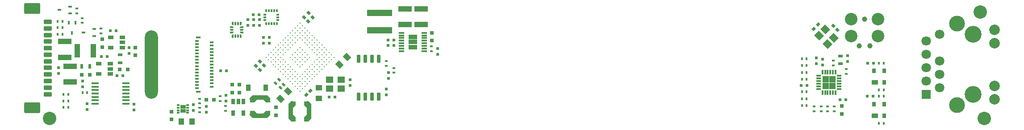
<source format=gbr>
G04 #@! TF.GenerationSoftware,KiCad,Pcbnew,6.0.9-8da3e8f707~117~ubuntu22.04.1*
G04 #@! TF.CreationDate,2023-01-10T20:00:55+01:00*
G04 #@! TF.ProjectId,CIS,4349532e-6b69-4636-9164-5f7063625858,2.1.0*
G04 #@! TF.SameCoordinates,PX5268310PY6353990*
G04 #@! TF.FileFunction,Soldermask,Top*
G04 #@! TF.FilePolarity,Negative*
%FSLAX46Y46*%
G04 Gerber Fmt 4.6, Leading zero omitted, Abs format (unit mm)*
G04 Created by KiCad (PCBNEW 6.0.9-8da3e8f707~117~ubuntu22.04.1) date 2023-01-10 20:00:55*
%MOMM*%
%LPD*%
G01*
G04 APERTURE LIST*
G04 Aperture macros list*
%AMRoundRect*
0 Rectangle with rounded corners*
0 $1 Rounding radius*
0 $2 $3 $4 $5 $6 $7 $8 $9 X,Y pos of 4 corners*
0 Add a 4 corners polygon primitive as box body*
4,1,4,$2,$3,$4,$5,$6,$7,$8,$9,$2,$3,0*
0 Add four circle primitives for the rounded corners*
1,1,$1+$1,$2,$3*
1,1,$1+$1,$4,$5*
1,1,$1+$1,$6,$7*
1,1,$1+$1,$8,$9*
0 Add four rect primitives between the rounded corners*
20,1,$1+$1,$2,$3,$4,$5,0*
20,1,$1+$1,$4,$5,$6,$7,0*
20,1,$1+$1,$6,$7,$8,$9,0*
20,1,$1+$1,$8,$9,$2,$3,0*%
%AMRotRect*
0 Rectangle, with rotation*
0 The origin of the aperture is its center*
0 $1 length*
0 $2 width*
0 $3 Rotation angle, in degrees counterclockwise*
0 Add horizontal line*
21,1,$1,$2,0,0,$3*%
%AMOutline4P*
0 Free polygon, 4 corners , with rotation*
0 The origin of the aperture is its center*
0 number of corners: always 4*
0 $1 to $8 corner X, Y*
0 $9 Rotation angle, in degrees counterclockwise*
0 create outline with 4 corners*
4,1,4,$1,$2,$3,$4,$5,$6,$7,$8,$1,$2,$9*%
%AMFreePoly0*
4,1,48,0.036020,0.199191,0.037970,0.199714,0.040958,0.198321,0.057086,0.195477,0.069630,0.184951,0.084467,0.178033,0.290533,-0.028033,0.293203,-0.031847,0.294953,-0.032857,0.296081,-0.035957,0.305473,-0.049370,0.306900,-0.065680,0.312500,-0.081066,0.312500,-0.125000,0.310782,-0.134742,0.311361,-0.138024,0.309695,-0.140910,0.307977,-0.150652,0.295451,-0.165579,0.285709,-0.182453,
0.279350,-0.184767,0.275000,-0.189952,0.255809,-0.193336,0.237500,-0.200000,-0.237500,-0.200000,-0.247242,-0.198282,-0.250524,-0.198861,-0.253410,-0.197195,-0.263152,-0.195477,-0.278079,-0.182951,-0.294953,-0.173209,-0.297267,-0.166850,-0.302452,-0.162500,-0.305836,-0.143309,-0.312500,-0.125000,-0.312500,0.125000,-0.310782,0.134742,-0.311361,0.138024,-0.309695,0.140910,-0.307977,0.150652,
-0.295451,0.165579,-0.285709,0.182453,-0.279350,0.184767,-0.275000,0.189952,-0.255809,0.193336,-0.237500,0.200000,0.031434,0.200000,0.036020,0.199191,0.036020,0.199191,$1*%
%AMFreePoly1*
4,1,48,0.247242,0.198282,0.250524,0.198861,0.253410,0.197195,0.263152,0.195477,0.278079,0.182951,0.294953,0.173209,0.297267,0.166850,0.302452,0.162500,0.305836,0.143309,0.312500,0.125000,0.312500,0.081066,0.311691,0.076480,0.312214,0.074529,0.310820,0.071540,0.307977,0.055414,0.297452,0.042871,0.290533,0.028033,0.084467,-0.178033,0.080653,-0.180703,0.079643,-0.182453,
0.076543,-0.183581,0.063130,-0.192973,0.046819,-0.194400,0.031434,-0.200000,-0.237500,-0.200000,-0.247242,-0.198282,-0.250524,-0.198861,-0.253410,-0.197195,-0.263152,-0.195477,-0.278079,-0.182951,-0.294953,-0.173209,-0.297267,-0.166850,-0.302452,-0.162500,-0.305836,-0.143309,-0.312500,-0.125000,-0.312500,0.125000,-0.310782,0.134742,-0.311361,0.138024,-0.309695,0.140910,-0.307977,0.150652,
-0.295451,0.165579,-0.285709,0.182453,-0.279350,0.184767,-0.275000,0.189952,-0.255809,0.193336,-0.237500,0.200000,0.237500,0.200000,0.247242,0.198282,0.247242,0.198282,$1*%
%AMFreePoly2*
4,1,48,0.134742,0.310782,0.138024,0.311361,0.140910,0.309695,0.150652,0.307977,0.165579,0.295451,0.182453,0.285709,0.184767,0.279350,0.189952,0.275000,0.193336,0.255809,0.200000,0.237500,0.200000,-0.237500,0.198282,-0.247242,0.198861,-0.250524,0.197195,-0.253410,0.195477,-0.263152,0.182951,-0.278079,0.173209,-0.294953,0.166850,-0.297267,0.162500,-0.302452,0.143309,-0.305836,
0.125000,-0.312500,-0.125000,-0.312500,-0.134742,-0.310782,-0.138024,-0.311361,-0.140910,-0.309695,-0.150652,-0.307977,-0.165579,-0.295451,-0.182453,-0.285709,-0.184767,-0.279350,-0.189952,-0.275000,-0.193336,-0.255809,-0.200000,-0.237500,-0.200000,0.031434,-0.199191,0.036020,-0.199714,0.037970,-0.198321,0.040958,-0.195477,0.057086,-0.184951,0.069630,-0.178033,0.084467,0.028033,0.290533,
0.031847,0.293203,0.032857,0.294953,0.035957,0.296081,0.049370,0.305473,0.065680,0.306900,0.081066,0.312500,0.125000,0.312500,0.134742,0.310782,0.134742,0.310782,$1*%
%AMFreePoly3*
4,1,48,-0.076480,0.311691,-0.074530,0.312214,-0.071542,0.310821,-0.055414,0.307977,-0.042870,0.297451,-0.028033,0.290533,0.178033,0.084467,0.180703,0.080653,0.182453,0.079643,0.183581,0.076543,0.192973,0.063130,0.194400,0.046820,0.200000,0.031434,0.200000,-0.237500,0.198282,-0.247242,0.198861,-0.250524,0.197195,-0.253410,0.195477,-0.263152,0.182951,-0.278079,0.173209,-0.294953,
0.166850,-0.297267,0.162500,-0.302452,0.143309,-0.305836,0.125000,-0.312500,-0.125000,-0.312500,-0.134742,-0.310782,-0.138024,-0.311361,-0.140910,-0.309695,-0.150652,-0.307977,-0.165579,-0.295451,-0.182453,-0.285709,-0.184767,-0.279350,-0.189952,-0.275000,-0.193336,-0.255809,-0.200000,-0.237500,-0.200000,0.237500,-0.198282,0.247242,-0.198861,0.250524,-0.197195,0.253410,-0.195477,0.263152,
-0.182951,0.278079,-0.173209,0.294953,-0.166850,0.297267,-0.162500,0.302452,-0.143309,0.305836,-0.125000,0.312500,-0.081066,0.312500,-0.076480,0.311691,-0.076480,0.311691,$1*%
%AMFreePoly4*
4,1,48,0.247242,0.198282,0.250524,0.198861,0.253410,0.197195,0.263152,0.195477,0.278079,0.182951,0.294953,0.173209,0.297267,0.166850,0.302452,0.162500,0.305836,0.143309,0.312500,0.125000,0.312500,-0.125000,0.310782,-0.134742,0.311361,-0.138024,0.309695,-0.140910,0.307977,-0.150652,0.295451,-0.165579,0.285709,-0.182453,0.279350,-0.184767,0.275000,-0.189952,0.255809,-0.193336,
0.237500,-0.200000,-0.031434,-0.200000,-0.036020,-0.199191,-0.037971,-0.199714,-0.040960,-0.198320,-0.057086,-0.195477,-0.069629,-0.184952,-0.084467,-0.178033,-0.290533,0.028033,-0.293203,0.031847,-0.294953,0.032857,-0.296081,0.035957,-0.305473,0.049370,-0.306900,0.065681,-0.312500,0.081066,-0.312500,0.125000,-0.310782,0.134742,-0.311361,0.138024,-0.309695,0.140910,-0.307977,0.150652,
-0.295451,0.165579,-0.285709,0.182453,-0.279350,0.184767,-0.275000,0.189952,-0.255809,0.193336,-0.237500,0.200000,0.237500,0.200000,0.247242,0.198282,0.247242,0.198282,$1*%
%AMFreePoly5*
4,1,48,0.247242,0.198282,0.250524,0.198861,0.253410,0.197195,0.263152,0.195477,0.278079,0.182951,0.294953,0.173209,0.297267,0.166850,0.302452,0.162500,0.305836,0.143309,0.312500,0.125000,0.312500,-0.125000,0.310782,-0.134742,0.311361,-0.138024,0.309695,-0.140910,0.307977,-0.150652,0.295451,-0.165579,0.285709,-0.182453,0.279350,-0.184767,0.275000,-0.189952,0.255809,-0.193336,
0.237500,-0.200000,-0.237500,-0.200000,-0.247242,-0.198282,-0.250524,-0.198861,-0.253410,-0.197195,-0.263152,-0.195477,-0.278079,-0.182951,-0.294953,-0.173209,-0.297267,-0.166850,-0.302452,-0.162500,-0.305836,-0.143309,-0.312500,-0.125000,-0.312500,-0.081066,-0.311691,-0.076480,-0.312214,-0.074530,-0.310821,-0.071542,-0.307977,-0.055414,-0.297451,-0.042870,-0.290533,-0.028033,-0.084467,0.178033,
-0.080653,0.180703,-0.079643,0.182453,-0.076543,0.183581,-0.063130,0.192973,-0.046820,0.194400,-0.031434,0.200000,0.237500,0.200000,0.247242,0.198282,0.247242,0.198282,$1*%
%AMFreePoly6*
4,1,48,0.134742,0.310782,0.138024,0.311361,0.140910,0.309695,0.150652,0.307977,0.165579,0.295451,0.182453,0.285709,0.184767,0.279350,0.189952,0.275000,0.193336,0.255809,0.200000,0.237500,0.200000,-0.031434,0.199191,-0.036020,0.199714,-0.037971,0.198320,-0.040960,0.195477,-0.057086,0.184952,-0.069629,0.178033,-0.084467,-0.028033,-0.290533,-0.031847,-0.293203,-0.032857,-0.294953,
-0.035957,-0.296081,-0.049370,-0.305473,-0.065681,-0.306900,-0.081066,-0.312500,-0.125000,-0.312500,-0.134742,-0.310782,-0.138024,-0.311361,-0.140910,-0.309695,-0.150652,-0.307977,-0.165579,-0.295451,-0.182453,-0.285709,-0.184767,-0.279350,-0.189952,-0.275000,-0.193336,-0.255809,-0.200000,-0.237500,-0.200000,0.237500,-0.198282,0.247242,-0.198861,0.250524,-0.197195,0.253410,-0.195477,0.263152,
-0.182951,0.278079,-0.173209,0.294953,-0.166850,0.297267,-0.162500,0.302452,-0.143309,0.305836,-0.125000,0.312500,0.125000,0.312500,0.134742,0.310782,0.134742,0.310782,$1*%
%AMFreePoly7*
4,1,48,0.134742,0.310782,0.138024,0.311361,0.140910,0.309695,0.150652,0.307977,0.165579,0.295451,0.182453,0.285709,0.184767,0.279350,0.189952,0.275000,0.193336,0.255809,0.200000,0.237500,0.200000,-0.237500,0.198282,-0.247242,0.198861,-0.250524,0.197195,-0.253410,0.195477,-0.263152,0.182951,-0.278079,0.173209,-0.294953,0.166850,-0.297267,0.162500,-0.302452,0.143309,-0.305836,
0.125000,-0.312500,0.081066,-0.312500,0.076480,-0.311691,0.074529,-0.312214,0.071540,-0.310820,0.055414,-0.307977,0.042871,-0.297452,0.028033,-0.290533,-0.178033,-0.084467,-0.180703,-0.080653,-0.182453,-0.079643,-0.183581,-0.076543,-0.192973,-0.063130,-0.194400,-0.046819,-0.200000,-0.031434,-0.200000,0.237500,-0.198282,0.247242,-0.198861,0.250524,-0.197195,0.253410,-0.195477,0.263152,
-0.182951,0.278079,-0.173209,0.294953,-0.166850,0.297267,-0.162500,0.302452,-0.143309,0.305836,-0.125000,0.312500,0.125000,0.312500,0.134742,0.310782,0.134742,0.310782,$1*%
G04 Aperture macros list end*
%ADD10RotRect,0.400000X0.600000X225.000000*%
%ADD11C,2.540000*%
%ADD12RotRect,0.600000X0.500000X135.000000*%
%ADD13R,0.600000X0.500000*%
%ADD14R,0.400000X0.600000*%
%ADD15R,0.600000X0.400000*%
%ADD16R,0.900000X0.500000*%
%ADD17R,1.200000X0.900000*%
%ADD18R,0.800000X0.900000*%
%ADD19RotRect,0.600000X0.500000X45.000000*%
%ADD20R,0.500000X0.600000*%
%ADD21R,0.300000X0.850000*%
%ADD22R,0.850000X0.300000*%
%ADD23R,1.300000X1.300000*%
%ADD24RotRect,0.600000X0.500000X225.000000*%
%ADD25R,0.750000X0.800000*%
%ADD26R,1.000000X1.250000*%
%ADD27R,2.500000X1.000000*%
%ADD28R,1.250000X1.000000*%
%ADD29RotRect,1.000000X1.250000X225.000000*%
%ADD30R,4.700000X1.200000*%
%ADD31R,0.580000X0.775000*%
%ADD32R,0.310000X3.890000*%
%ADD33Outline4P,-0.280000X-1.945000X0.280000X-1.395000X0.280000X1.395000X-0.280000X1.945000X180.000000*%
%ADD34Outline4P,-0.290000X-0.594500X0.290000X-0.000500X0.290000X0.000500X-0.290000X0.594500X0.000000*%
%ADD35Outline4P,-0.290000X-0.594500X0.290000X-0.000500X0.290000X0.000500X-0.290000X0.594500X180.000000*%
%ADD36Outline4P,-0.280000X-1.945000X0.280000X-1.395000X0.280000X1.395000X-0.280000X1.945000X0.000000*%
%ADD37R,0.700000X0.450000*%
%ADD38R,0.450000X0.700000*%
%ADD39RotRect,0.400000X0.600000X45.000000*%
%ADD40R,1.000000X0.300000*%
%ADD41R,0.825000X0.950000*%
%ADD42R,1.450000X0.450000*%
%ADD43RotRect,1.400000X1.200000X315.000000*%
%ADD44R,1.060000X0.650000*%
%ADD45R,0.800000X0.750000*%
%ADD46R,0.500000X0.900000*%
%ADD47R,1.400000X1.200000*%
%ADD48C,0.250000*%
%ADD49R,0.500000X0.300000*%
%ADD50R,0.990000X0.800000*%
%ADD51RoundRect,0.087500X0.087500X-0.187500X0.087500X0.187500X-0.087500X0.187500X-0.087500X-0.187500X0*%
%ADD52RoundRect,0.087500X0.187500X-0.087500X0.187500X0.087500X-0.187500X0.087500X-0.187500X-0.087500X0*%
%ADD53Outline4P,-0.280000X-1.945000X0.280000X-1.395000X0.280000X1.395000X-0.280000X1.945000X270.000000*%
%ADD54Outline4P,-0.290000X-0.594500X0.290000X-0.000500X0.290000X0.000500X-0.290000X0.594500X90.000000*%
%ADD55R,0.775000X0.580000*%
%ADD56R,3.890000X0.310000*%
%ADD57Outline4P,-0.280000X-1.945000X0.280000X-1.395000X0.280000X1.395000X-0.280000X1.945000X90.000000*%
%ADD58Outline4P,-0.290000X-0.594500X0.290000X-0.000500X0.290000X0.000500X-0.290000X0.594500X270.000000*%
%ADD59R,0.650000X1.060000*%
%ADD60R,0.900000X1.200000*%
%ADD61C,3.200000*%
%ADD62R,1.800000X1.800000*%
%ADD63C,1.800000*%
%ADD64C,2.000000*%
%ADD65C,3.000000*%
%ADD66RoundRect,0.200000X-0.600000X0.200000X-0.600000X-0.200000X0.600000X-0.200000X0.600000X0.200000X0*%
%ADD67RoundRect,0.250001X-1.249999X0.799999X-1.249999X-0.799999X1.249999X-0.799999X1.249999X0.799999X0*%
%ADD68O,2.500000X13.000000*%
%ADD69R,0.800000X0.300000*%
%ADD70R,0.650000X0.300000*%
%ADD71R,0.950000X0.400000*%
%ADD72RoundRect,0.150000X-0.150000X0.650000X-0.150000X-0.650000X0.150000X-0.650000X0.150000X0.650000X0*%
%ADD73RotRect,1.000000X1.250000X45.000000*%
%ADD74R,1.000000X2.500000*%
%ADD75FreePoly0,90.000000*%
%ADD76RoundRect,0.100000X0.100000X-0.212500X0.100000X0.212500X-0.100000X0.212500X-0.100000X-0.212500X0*%
%ADD77FreePoly1,90.000000*%
%ADD78FreePoly2,90.000000*%
%ADD79RoundRect,0.100000X0.212500X-0.100000X0.212500X0.100000X-0.212500X0.100000X-0.212500X-0.100000X0*%
%ADD80FreePoly3,90.000000*%
%ADD81FreePoly4,90.000000*%
%ADD82FreePoly5,90.000000*%
%ADD83FreePoly6,90.000000*%
%ADD84FreePoly7,90.000000*%
%ADD85C,2.374900*%
%ADD86C,0.990600*%
G04 APERTURE END LIST*
D10*
X49018198Y9619638D03*
X48381802Y8983242D03*
D11*
X182000000Y22501440D03*
D12*
X154908909Y19122531D03*
X154131091Y19900349D03*
D13*
X149150000Y8501440D03*
X148050000Y8501440D03*
D14*
X149050000Y7301440D03*
X148150000Y7301440D03*
X162745000Y6461440D03*
X163645000Y6461440D03*
X148150000Y9701440D03*
X149050000Y9701440D03*
X148150000Y12301440D03*
X149050000Y12301440D03*
X148150000Y11001440D03*
X149050000Y11001440D03*
X149050000Y13601440D03*
X148150000Y13601440D03*
X148150000Y4701440D03*
X149050000Y4701440D03*
X149050000Y6001440D03*
X148150000Y6001440D03*
D15*
X150500000Y3651440D03*
X150500000Y4551440D03*
X151800000Y3651440D03*
X151800000Y4551440D03*
X153050000Y4551440D03*
X153050000Y3651440D03*
D13*
X161645000Y6501440D03*
X160545000Y6501440D03*
X161745000Y12801440D03*
X160645000Y12801440D03*
D14*
X162745000Y12801440D03*
X163645000Y12801440D03*
D16*
X155500000Y14150040D03*
X155500000Y12650040D03*
D17*
X162005000Y2801440D03*
D18*
X163725000Y2801440D03*
X163725000Y5001440D03*
X161825000Y5001440D03*
D19*
X150431091Y19322531D03*
X151208909Y20100349D03*
D20*
X156800000Y13101440D03*
X156800000Y14201440D03*
D21*
X154550000Y11051440D03*
X154050000Y11051440D03*
X153550000Y11051440D03*
X153050000Y11051440D03*
X152550000Y11051440D03*
X152050000Y11051440D03*
D22*
X151350000Y10351440D03*
X151350000Y9851440D03*
X151350000Y9351440D03*
X151350000Y8851440D03*
X151350000Y8351440D03*
X151350000Y7851440D03*
D21*
X152050000Y7151440D03*
X152550000Y7151440D03*
X153050000Y7151440D03*
X153550000Y7151440D03*
X154050000Y7151440D03*
X154550000Y7151440D03*
D22*
X155250000Y7851440D03*
X155250000Y8351440D03*
X155250000Y8851440D03*
X155250000Y9351440D03*
X155250000Y9851440D03*
X155250000Y10351440D03*
D23*
X153950000Y8451440D03*
X153950000Y9751440D03*
X152650000Y9751440D03*
X152650000Y8451440D03*
D17*
X162005000Y9121440D03*
D18*
X163725000Y9121440D03*
X163725000Y11321440D03*
X161825000Y11321440D03*
D15*
X156600000Y11650040D03*
X156600000Y10750040D03*
D24*
X54988909Y7490349D03*
X54211091Y6712531D03*
D25*
X28600000Y2075040D03*
X28600000Y3575040D03*
D20*
X32800000Y3775040D03*
X32800000Y4875040D03*
D13*
X58550000Y6301440D03*
X59650000Y6301440D03*
D20*
X62500000Y8501440D03*
X62500000Y9601440D03*
D26*
X32500000Y1675040D03*
X30500000Y1675040D03*
D27*
X76000000Y20101440D03*
X76000000Y23101440D03*
X9400000Y9200040D03*
X9400000Y12200040D03*
D20*
X7200000Y11950040D03*
X7200000Y10850040D03*
X45300000Y19951440D03*
X45300000Y21051440D03*
X44200000Y21051440D03*
X44200000Y19951440D03*
D13*
X44150000Y22001440D03*
X45250000Y22001440D03*
D28*
X56600000Y6101440D03*
X56600000Y8101440D03*
D29*
X50707107Y7408547D03*
X49292893Y5994333D03*
D12*
X54588909Y20712531D03*
X53811091Y21490349D03*
X46188909Y12312531D03*
X45411091Y13090349D03*
D13*
X47150000Y16601440D03*
X46050000Y16601440D03*
D20*
X69800000Y9850040D03*
X69800000Y10950040D03*
D13*
X70800000Y17201440D03*
X69700000Y17201440D03*
D27*
X72900000Y20101440D03*
X72900000Y23101440D03*
D30*
X68100000Y19046440D03*
X68100000Y22356440D03*
D31*
X51960000Y5158440D03*
D32*
X51515000Y3601440D03*
D33*
X51080000Y3601440D03*
D34*
X51960000Y4771440D03*
X51960000Y2431440D03*
D31*
X51960000Y2044440D03*
X54040000Y2044440D03*
D35*
X54040000Y4771440D03*
D36*
X54920000Y3601440D03*
D35*
X54040000Y2431440D03*
D32*
X54485000Y3601440D03*
D31*
X54040000Y5159440D03*
D37*
X14000000Y17950040D03*
X14000000Y19250040D03*
X12000000Y18600040D03*
D38*
X10450000Y20500040D03*
X9150000Y20500040D03*
X9800000Y18500040D03*
D37*
X9400000Y22251440D03*
X9400000Y23551440D03*
X7400000Y22901440D03*
D15*
X34000000Y3426440D03*
X34000000Y4326440D03*
D14*
X8150000Y4400000D03*
X9050000Y4400000D03*
X9050000Y5600040D03*
X8150000Y5600040D03*
X9050000Y6800000D03*
X8150000Y6800000D03*
X11750000Y7200040D03*
X12650000Y7200040D03*
D15*
X15300000Y19350040D03*
X15300000Y18450040D03*
D14*
X7050000Y19501440D03*
X7950000Y19501440D03*
D15*
X11700000Y21350040D03*
X11700000Y20450040D03*
X10700000Y23151440D03*
X10700000Y22251440D03*
D14*
X7050000Y20701440D03*
X7950000Y20701440D03*
D15*
X154100000Y13251440D03*
X154100000Y12351440D03*
D39*
X49281802Y8083242D03*
X49918198Y8719638D03*
D40*
X76600000Y15051440D03*
X76600000Y15551440D03*
X76600000Y16051440D03*
X76600000Y16551440D03*
X76600000Y17051440D03*
X76600000Y17551440D03*
X76600000Y18051440D03*
X76600000Y18551440D03*
X72200000Y18551440D03*
X72200000Y18051440D03*
X72200000Y17551440D03*
X72200000Y17051440D03*
X72200000Y16551440D03*
X72200000Y16051440D03*
X72200000Y15551440D03*
X72200000Y15051440D03*
D41*
X74000000Y17751440D03*
X74800000Y16801440D03*
X74000000Y16801440D03*
X74800000Y17751440D03*
X74000000Y15851440D03*
X74800000Y15851440D03*
D42*
X20020000Y5050040D03*
X20020000Y5700040D03*
X20020000Y6350040D03*
X20020000Y7000040D03*
X20020000Y7650040D03*
X20020000Y8300040D03*
X20020000Y8950040D03*
X14120000Y8950040D03*
X14120000Y8300040D03*
X14120000Y7650040D03*
X14120000Y7000040D03*
X14120000Y6350040D03*
X14120000Y5700040D03*
X14120000Y5050040D03*
D43*
X151421142Y17978217D03*
X152976777Y16422582D03*
X154178858Y17624663D03*
X152623223Y19180298D03*
D13*
X37970000Y11311440D03*
X39070000Y11311440D03*
X69700000Y16111440D03*
X70800000Y16111440D03*
D15*
X34000000Y5126440D03*
X34000000Y6026440D03*
D25*
X78000000Y18551440D03*
X78000000Y17051440D03*
X41550000Y7166440D03*
X41550000Y8666440D03*
D20*
X43100000Y21051440D03*
X43100000Y19951440D03*
D12*
X45388909Y11512531D03*
X44611091Y12290349D03*
D13*
X47150000Y17701440D03*
X46050000Y17701440D03*
D44*
X17000000Y10750040D03*
X17000000Y11700040D03*
X17000000Y12650040D03*
X14800000Y12650040D03*
X14800000Y10750040D03*
D45*
X18850000Y11600040D03*
X20350000Y11600040D03*
D46*
X13150000Y12200040D03*
X11650000Y12200040D03*
D13*
X19450000Y10400040D03*
X18350000Y10400040D03*
D25*
X21800000Y15750040D03*
X21800000Y14250040D03*
D16*
X18900000Y12850040D03*
X18900000Y14350040D03*
D12*
X55388909Y21512531D03*
X54611091Y22290349D03*
D47*
X58600000Y7951440D03*
X60800000Y7951440D03*
X60800000Y9651440D03*
X58600000Y9651440D03*
D48*
X53000000Y7466768D03*
X52540211Y7926557D03*
X52080422Y8386347D03*
X51620633Y8846136D03*
X51160844Y9305925D03*
X50701054Y9765714D03*
X50241265Y10225503D03*
X49781476Y10685292D03*
X49321687Y11145081D03*
X48861898Y11604870D03*
X48402109Y12064659D03*
X47942320Y12524449D03*
X47482531Y12984238D03*
X47022742Y13444027D03*
X46562952Y13903816D03*
X53459789Y7926557D03*
X53000000Y8386347D03*
X52540211Y8846136D03*
X52080422Y9305925D03*
X51620633Y9765714D03*
X51160844Y10225503D03*
X50701054Y10685292D03*
X50241265Y11145081D03*
X49781476Y11604870D03*
X49321687Y12064659D03*
X48861898Y12524449D03*
X48402109Y12984238D03*
X47942320Y13444027D03*
X47482531Y13903816D03*
X47022742Y14363605D03*
X53919578Y8386347D03*
X53459789Y8846136D03*
X53000000Y9305925D03*
X52540211Y9765714D03*
X52080422Y10225503D03*
X51620633Y10685292D03*
X51160844Y11145081D03*
X50701054Y11604870D03*
X50241265Y12064659D03*
X49781476Y12524449D03*
X49321687Y12984238D03*
X48861898Y13444027D03*
X48402109Y13903816D03*
X47942320Y14363605D03*
X47482531Y14823394D03*
X54379367Y8846136D03*
X53919578Y9305925D03*
X53459789Y9765714D03*
X53000000Y10225503D03*
X52540211Y10685292D03*
X52080422Y11145081D03*
X51620633Y11604870D03*
X51160844Y12064659D03*
X50701054Y12524449D03*
X50241265Y12984238D03*
X49781476Y13444027D03*
X49321687Y13903816D03*
X48861898Y14363605D03*
X48402109Y14823394D03*
X47942320Y15283183D03*
X54839156Y9305925D03*
X54379367Y9765714D03*
X53919578Y10225503D03*
X53459789Y10685292D03*
X49781476Y14363605D03*
X49321687Y14823394D03*
X48861898Y15283183D03*
X48402109Y15742972D03*
X55298946Y9765714D03*
X54839156Y10225503D03*
X54379367Y10685292D03*
X53919578Y11145081D03*
X53000000Y12064659D03*
X52540211Y12524449D03*
X52080422Y12984238D03*
X51620633Y13444027D03*
X51160844Y13903816D03*
X50241265Y14823394D03*
X49781476Y15283183D03*
X49321687Y15742972D03*
X48861898Y16202761D03*
X55758735Y10225503D03*
X55298946Y10685292D03*
X54839156Y11145081D03*
X54379367Y11604870D03*
X53459789Y12524449D03*
X53000000Y12984238D03*
X52540211Y13444027D03*
X52080422Y13903816D03*
X51620633Y14363605D03*
X50701054Y15283183D03*
X50241265Y15742972D03*
X49781476Y16202761D03*
X49321687Y16662551D03*
X56218524Y10685292D03*
X55758735Y11145081D03*
X55298946Y11604870D03*
X54839156Y12064659D03*
X53919578Y12984238D03*
X53459789Y13444027D03*
X53000000Y13903816D03*
X52540211Y14363605D03*
X52080422Y14823394D03*
X51160844Y15742972D03*
X50701054Y16202761D03*
X50241265Y16662551D03*
X49781476Y17122340D03*
X56678313Y11145081D03*
X56218524Y11604870D03*
X55758735Y12064659D03*
X55298946Y12524449D03*
X54379367Y13444027D03*
X53919578Y13903816D03*
X53459789Y14363605D03*
X53000000Y14823394D03*
X52540211Y15283183D03*
X51620633Y16202761D03*
X51160844Y16662551D03*
X50701054Y17122340D03*
X50241265Y17582129D03*
X57138102Y11604870D03*
X56678313Y12064659D03*
X56218524Y12524449D03*
X55758735Y12984238D03*
X54839156Y13903816D03*
X54379367Y14363605D03*
X53919578Y14823394D03*
X53459789Y15283183D03*
X53000000Y15742972D03*
X52080422Y16662551D03*
X51620633Y17122340D03*
X51160844Y17582129D03*
X50701054Y18041918D03*
X57597891Y12064659D03*
X57138102Y12524449D03*
X56678313Y12984238D03*
X56218524Y13444027D03*
X52540211Y17122340D03*
X52080422Y17582129D03*
X51620633Y18041918D03*
X51160844Y18501707D03*
X58057680Y12524449D03*
X57597891Y12984238D03*
X57138102Y13444027D03*
X56678313Y13903816D03*
X56218524Y14363605D03*
X55758735Y14823394D03*
X55298946Y15283183D03*
X54839156Y15742972D03*
X54379367Y16202761D03*
X53919578Y16662551D03*
X53459789Y17122340D03*
X53000000Y17582129D03*
X52540211Y18041918D03*
X52080422Y18501707D03*
X51620633Y18961496D03*
X58517469Y12984238D03*
X58057680Y13444027D03*
X57597891Y13903816D03*
X57138102Y14363605D03*
X56678313Y14823394D03*
X56218524Y15283183D03*
X55758735Y15742972D03*
X55298946Y16202761D03*
X54839156Y16662551D03*
X54379367Y17122340D03*
X53919578Y17582129D03*
X53459789Y18041918D03*
X53000000Y18501707D03*
X52540211Y18961496D03*
X52080422Y19421285D03*
X58977258Y13444027D03*
X58517469Y13903816D03*
X58057680Y14363605D03*
X57597891Y14823394D03*
X57138102Y15283183D03*
X56678313Y15742972D03*
X56218524Y16202761D03*
X55758735Y16662551D03*
X55298946Y17122340D03*
X54839156Y17582129D03*
X54379367Y18041918D03*
X53919578Y18501707D03*
X53459789Y18961496D03*
X53000000Y19421285D03*
X52540211Y19881074D03*
X59437048Y13903816D03*
X58977258Y14363605D03*
X58517469Y14823394D03*
X58057680Y15283183D03*
X57597891Y15742972D03*
X57138102Y16202761D03*
X56678313Y16662551D03*
X56218524Y17122340D03*
X55758735Y17582129D03*
X55298946Y18041918D03*
X54839156Y18501707D03*
X54379367Y18961496D03*
X53919578Y19421285D03*
X53459789Y19881074D03*
X53000000Y20340863D03*
D14*
X162745000Y7661440D03*
X163645000Y7661440D03*
X162740000Y1321440D03*
X163640000Y1321440D03*
D13*
X155400000Y5851440D03*
X156500000Y5851440D03*
D25*
X155700000Y4601440D03*
X155700000Y3101440D03*
D20*
X21500000Y4950040D03*
X21500000Y3850040D03*
D49*
X31700000Y3325040D03*
X31700000Y3825040D03*
X31700000Y4325040D03*
X31700000Y4825040D03*
X29900000Y4825040D03*
X29900000Y4325040D03*
X29900000Y3825040D03*
X29900000Y3325040D03*
D50*
X30800000Y4475040D03*
X30800000Y3675040D03*
D20*
X79120000Y14451440D03*
X79120000Y15551440D03*
D15*
X77900000Y15951440D03*
X77900000Y15051440D03*
D51*
X46600000Y20276440D03*
X47100000Y20276440D03*
X47600000Y20276440D03*
X48100000Y20276440D03*
X48600000Y20276440D03*
D52*
X48825000Y21001440D03*
X48825000Y21501440D03*
X48825000Y22001440D03*
D51*
X48600000Y22726440D03*
X48100000Y22726440D03*
X47600000Y22726440D03*
X47100000Y22726440D03*
X46600000Y22726440D03*
D52*
X46375000Y22001440D03*
X46375000Y21501440D03*
X46375000Y21001440D03*
D11*
X182700000Y2251440D03*
D20*
X39000000Y6666440D03*
X39000000Y5566440D03*
D53*
X45440900Y2596440D03*
D54*
X44270900Y3476440D03*
D55*
X43883900Y3476440D03*
D56*
X45440900Y3031440D03*
D55*
X46997900Y3476440D03*
D54*
X46610900Y3476440D03*
D57*
X45440900Y6436440D03*
D56*
X45440900Y6001440D03*
D58*
X44270900Y5556440D03*
X46610900Y5556440D03*
D55*
X43882900Y5556440D03*
X46997900Y5556440D03*
D59*
X42250000Y5516440D03*
X41300000Y5516440D03*
X40350000Y5516440D03*
X40350000Y3316440D03*
X42250000Y3316440D03*
D25*
X40150000Y7166440D03*
X40150000Y8666440D03*
D45*
X35210000Y5850040D03*
X36710000Y5850040D03*
D60*
X43190900Y8116440D03*
X46490900Y8116440D03*
D25*
X48440900Y4361440D03*
X48440900Y2861440D03*
D20*
X11800000Y9350040D03*
X11800000Y8250040D03*
D14*
X7050000Y18301440D03*
X7950000Y18301440D03*
D11*
X5500000Y2251440D03*
D20*
X12620000Y5050040D03*
X12620000Y3950040D03*
D61*
X180590000Y6801440D03*
X180590000Y18231440D03*
D62*
X171700000Y6801440D03*
D63*
X174240000Y8071440D03*
X171700000Y9341440D03*
X174240000Y10611440D03*
X171700000Y11881440D03*
X174240000Y13151440D03*
X171700000Y14421440D03*
X171700000Y16961440D03*
X174240000Y18231440D03*
D64*
X184650000Y5881440D03*
X184650000Y8421440D03*
X184650000Y16601440D03*
X184650000Y19141440D03*
D65*
X177540000Y4761440D03*
X177540000Y20261440D03*
D66*
X5150000Y20626440D03*
X5150000Y19376440D03*
X5150000Y18126440D03*
X5150000Y16876440D03*
X5150000Y15626440D03*
X5150000Y14376440D03*
X5150000Y13126440D03*
X5150000Y11876440D03*
X5150000Y10626440D03*
X5150000Y9376440D03*
X5150000Y8126440D03*
X5150000Y6876440D03*
D67*
X2250000Y4326440D03*
X2250000Y23176440D03*
D68*
X24800000Y12510040D03*
D69*
X33425000Y8010040D03*
D70*
X36300000Y8310040D03*
D69*
X33425000Y8610040D03*
D70*
X36300000Y8910040D03*
D69*
X33425000Y9210040D03*
D70*
X36300000Y9510040D03*
D69*
X33425000Y9810040D03*
D70*
X36300000Y10110040D03*
D69*
X33425000Y10410040D03*
D70*
X36300000Y10710040D03*
D71*
X33700000Y7310040D03*
D69*
X33425000Y11010040D03*
D71*
X33700000Y17710040D03*
D70*
X36300000Y11310040D03*
D69*
X33425000Y11610040D03*
D70*
X36300000Y11910040D03*
D69*
X33425000Y12210040D03*
D70*
X36300000Y12510040D03*
D69*
X33425000Y12810040D03*
D70*
X36300000Y13110040D03*
D69*
X33425000Y13410040D03*
D70*
X36300000Y13710040D03*
D69*
X33425000Y14010040D03*
D70*
X36300000Y14310040D03*
D69*
X33425000Y14610040D03*
D70*
X36300000Y14910040D03*
D69*
X33425000Y15210040D03*
D70*
X36300000Y15510040D03*
D69*
X33425000Y15810040D03*
D70*
X36300000Y16110040D03*
D69*
X33425000Y16410040D03*
D70*
X36300000Y16710040D03*
D69*
X33425000Y17010040D03*
D15*
X154300000Y3650040D03*
X154300000Y4550040D03*
X70800000Y10950040D03*
X70800000Y11850040D03*
X38850000Y4616440D03*
X38850000Y3716440D03*
X37870000Y6466440D03*
X37870000Y5566440D03*
D20*
X69400000Y6750040D03*
X69400000Y7850040D03*
X20600000Y14650040D03*
X20600000Y15750040D03*
X35250000Y4575040D03*
X35250000Y3475040D03*
D72*
X67905000Y13600040D03*
X66635000Y13600040D03*
X65365000Y13600040D03*
X64095000Y13600040D03*
X64095000Y6400040D03*
X65365000Y6400040D03*
X66635000Y6400040D03*
X67905000Y6400040D03*
D20*
X152100000Y12451440D03*
X152100000Y13551440D03*
D13*
X15350000Y14000040D03*
X16450000Y14000040D03*
D27*
X8400000Y13900040D03*
X8400000Y16900040D03*
D13*
X17080000Y18970040D03*
X18180000Y18970040D03*
D73*
X60492893Y12492933D03*
X61907107Y13907147D03*
D45*
X13150000Y10600040D03*
X11650000Y10600040D03*
D20*
X150900000Y13751440D03*
X150900000Y12651440D03*
D25*
X15500000Y15850040D03*
X15500000Y17350040D03*
D44*
X19300000Y15750040D03*
X19300000Y16700040D03*
X19300000Y17650040D03*
X17100000Y17650040D03*
X17100000Y15750040D03*
D74*
X13800000Y15100040D03*
X10800000Y15100040D03*
D15*
X69400000Y13150040D03*
X69400000Y12250040D03*
D75*
X40250000Y17937540D03*
D76*
X40750000Y17937540D03*
X41250000Y17937540D03*
D77*
X41750000Y17937540D03*
D78*
X41912500Y18600040D03*
D79*
X41912500Y19100040D03*
D80*
X41912500Y19600040D03*
D81*
X41750000Y20262540D03*
D76*
X41250000Y20262540D03*
X40750000Y20262540D03*
D82*
X40250000Y20262540D03*
D83*
X40087500Y19600040D03*
D79*
X40087500Y19100040D03*
D84*
X40087500Y18600040D03*
D85*
X157480000Y21101440D03*
X157480000Y17926440D03*
X162560000Y21101440D03*
D86*
X161036000Y16021440D03*
X160020000Y21101440D03*
D85*
X162560000Y17926440D03*
D86*
X159004000Y16021440D03*
M02*

</source>
